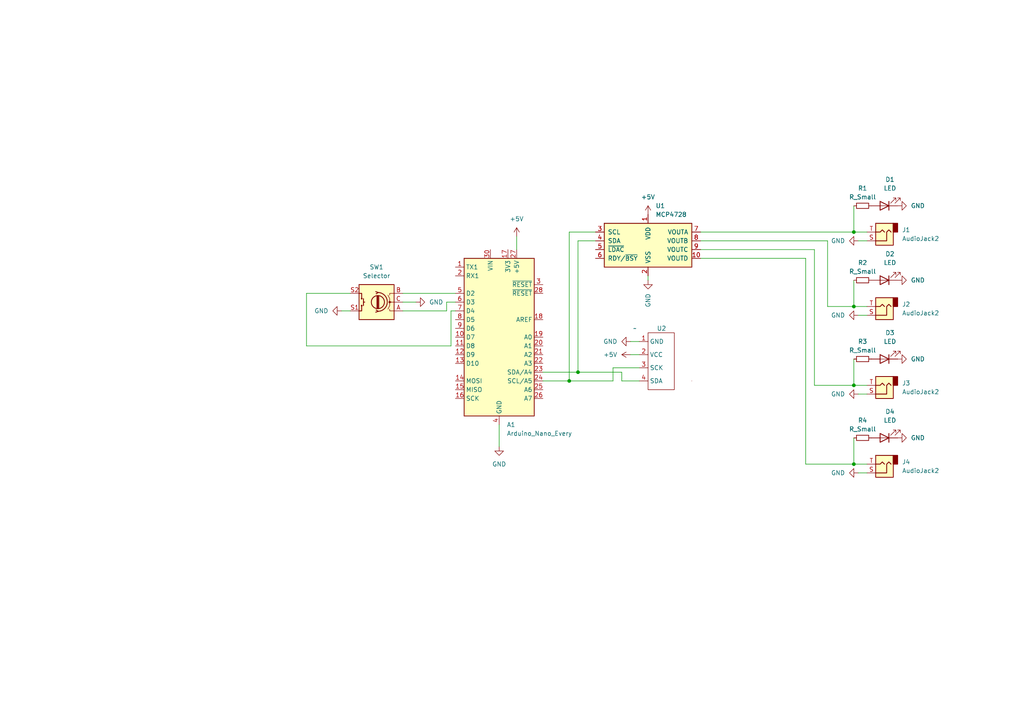
<source format=kicad_sch>
(kicad_sch (version 20230121) (generator eeschema)
  (paper "A4")
  (lib_symbols
    (symbol "Analog_DAC:MCP4728" (pin_names (offset 1.016))
      (property "Reference" "U" (at -12.7 6.35 0))
      (property "Value" "MCP4728" (at 12.7 6.35 0))
      (symbol "MCP4728_0_1"
        (rectangle (start -12.7 5.08) (end 12.7 -7.62) (stroke (width 0.254)) (fill (type background)))
      )
      (symbol "MCP4728_1_1"
        (pin power_in line (at 0 7.62 270) (length 2.54) (name "VDD") (number "1"))
        (pin output line (at 15.24 -5.08 180) (length 2.54) (name "VOUTD") (number "10"))
        (pin power_in line (at 0 -10.16 90) (length 2.54) (name "VSS") (number "2"))
        (pin input line (at -15.24 2.54 0) (length 2.54) (name "SCL") (number "3"))
        (pin bidirectional line (at -15.24 0 0) (length 2.54) (name "SDA") (number "4"))
        (pin input line (at -15.24 -2.54 0) (length 2.54) (name "~{LDAC}") (number "5"))
        (pin output line (at -15.24 -5.08 0) (length 2.54) (name "RDY/~{BSY}") (number "6"))
        (pin output line (at 15.24 2.54 180) (length 2.54) (name "VOUTA") (number "7"))
        (pin output line (at 15.24 0 180) (length 2.54) (name "VOUTB") (number "8"))
        (pin output line (at 15.24 -2.54 180) (length 2.54) (name "VOUTC") (number "9"))
      )
    )
    (symbol "Connector_Audio:AudioJack2"
      (property "Reference" "J" (at 0 8.89 0))
      (property "Value" "AudioJack2" (at 0 6.35 0))
      (symbol "AudioJack2_0_1"
        (rectangle (start -3.81 0) (end -2.54 -2.54) (stroke (width 0.254)) (fill (type outline)))
        (rectangle (start -2.54 3.81) (end 2.54 -2.54) (stroke (width 0.254)) (fill (type background)))
        (polyline (pts (xy 0 0) (xy 0.635 -0.635) (xy 1.27 0) (xy 2.54 0)) (stroke (width 0.254)))
        (polyline (pts (xy 2.54 2.54) (xy -0.635 2.54) (xy -0.635 0) (xy -1.27 -0.635) (xy -1.905 0)) (stroke (width 0.254)))
      )
      (symbol "AudioJack2_1_1"
        (pin passive line (at 5.08 2.54 180) (length 2.54) (name "~") (number "S"))
        (pin passive line (at 5.08 0 180) (length 2.54) (name "~") (number "T"))
      )
    )
    (symbol "Device:LED" (pin_numbers hide) (pin_names (offset 1.016) hide)
      (property "Reference" "D" (at 0 2.54 0))
      (property "Value" "LED" (at 0 -2.54 0))
      (symbol "LED_0_1"
        (polyline (pts (xy -1.27 -1.27) (xy -1.27 1.27)) (stroke (width 0.254)))
        (polyline (pts (xy -1.27 0) (xy 1.27 0)))
        (polyline (pts (xy 1.27 -1.27) (xy 1.27 1.27) (xy -1.27 0) (xy 1.27 -1.27)) (stroke (width 0.254)))
        (polyline (pts (xy -3.048 -0.762) (xy -4.572 -2.286) (xy -3.81 -2.286) (xy -4.572 -2.286) (xy -4.572 -1.524)))
        (polyline (pts (xy -1.778 -0.762) (xy -3.302 -2.286) (xy -2.54 -2.286) (xy -3.302 -2.286) (xy -3.302 -1.524)))
      )
      (symbol "LED_1_1"
        (pin passive line (at -3.81 0 0) (length 2.54) (name "K") (number "1"))
        (pin passive line (at 3.81 0 180) (length 2.54) (name "A") (number "2"))
      )
    )
    (symbol "Device:R_Small" (pin_numbers hide) (pin_names (offset 0.254) hide)
      (property "Reference" "R" (at 0.762 0.508 0))
      (property "Value" "R_Small" (at 0.762 -1.016 0))
      (symbol "R_Small_0_1"
        (rectangle (start -0.762 1.778) (end 0.762 -1.778) (stroke (width 0.2032)))
      )
      (symbol "R_Small_1_1"
        (pin passive line (at 0 2.54 270) (length 0.762) (name "~") (number "1"))
        (pin passive line (at 0 -2.54 90) (length 0.762) (name "~") (number "2"))
      )
    )
    (symbol "Device:RotaryEncoder_Switch" (pin_names (offset 0.254) hide)
      (property "Reference" "SW" (at 0 6.604 0))
      (property "Value" "RotaryEncoder_Switch" (at 0 -6.604 0))
      (symbol "RotaryEncoder_Switch_0_1"
        (rectangle (start -5.08 5.08) (end 5.08 -5.08) (stroke (width 0.254)) (fill (type background)))
        (circle (center -3.81 0) (radius 0.254) (fill (type outline)))
        (circle (center -0.381 0) (radius 1.905) (stroke (width 0.254)))
        (arc (start -0.381 2.667) (mid -3.0988 -0.0635) (end -0.381 -2.794) (stroke (width 0.254)))
        (polyline (pts (xy -0.635 -1.778) (xy -0.635 1.778)) (stroke (width 0.254)))
        (polyline (pts (xy -0.381 -1.778) (xy -0.381 1.778)) (stroke (width 0.254)))
        (polyline (pts (xy -0.127 1.778) (xy -0.127 -1.778)) (stroke (width 0.254)))
        (polyline (pts (xy 3.81 0) (xy 3.429 0)) (stroke (width 0.254)))
        (polyline (pts (xy 3.81 1.016) (xy 3.81 -1.016)) (stroke (width 0.254)))
        (polyline (pts (xy -5.08 -2.54) (xy -3.81 -2.54) (xy -3.81 -2.032)))
        (polyline (pts (xy -5.08 2.54) (xy -3.81 2.54) (xy -3.81 2.032)))
        (polyline (pts (xy 0.254 -3.048) (xy -0.508 -2.794) (xy 0.127 -2.413)) (stroke (width 0.254)))
        (polyline (pts (xy 0.254 2.921) (xy -0.508 2.667) (xy 0.127 2.286)) (stroke (width 0.254)))
        (polyline (pts (xy 5.08 -2.54) (xy 4.318 -2.54) (xy 4.318 -1.016)) (stroke (width 0.254)))
        (polyline (pts (xy 5.08 2.54) (xy 4.318 2.54) (xy 4.318 1.016)) (stroke (width 0.254)))
        (polyline (pts (xy -5.08 0) (xy -3.81 0) (xy -3.81 -1.016) (xy -3.302 -2.032)))
        (polyline (pts (xy -4.318 0) (xy -3.81 0) (xy -3.81 1.016) (xy -3.302 2.032)))
        (circle (center 4.318 -1.016) (radius 0.127) (stroke (width 0.254)))
        (circle (center 4.318 1.016) (radius 0.127) (stroke (width 0.254)))
      )
      (symbol "RotaryEncoder_Switch_1_1"
        (pin passive line (at -7.62 2.54 0) (length 2.54) (name "A") (number "A"))
        (pin passive line (at -7.62 -2.54 0) (length 2.54) (name "B") (number "B"))
        (pin passive line (at -7.62 0 0) (length 2.54) (name "C") (number "C"))
        (pin passive line (at 7.62 2.54 180) (length 2.54) (name "S1") (number "S1"))
        (pin passive line (at 7.62 -2.54 180) (length 2.54) (name "S2") (number "S2"))
      )
    )
    (symbol "MCU_Module:Arduino_Nano_Every"
      (property "Reference" "A" (at -10.16 23.495 0))
      (property "Value" "Arduino_Nano_Every" (at 5.08 -24.13 0))
      (symbol "Arduino_Nano_Every_0_1"
        (rectangle (start -10.16 22.86) (end 10.16 -22.86) (stroke (width 0.254)) (fill (type background)))
      )
      (symbol "Arduino_Nano_Every_1_1"
        (pin bidirectional line (at -12.7 20.32 0) (length 2.54) (name "TX1") (number "1"))
        (pin bidirectional line (at -12.7 0 0) (length 2.54) (name "D7") (number "10"))
        (pin bidirectional line (at -12.7 -2.54 0) (length 2.54) (name "D8") (number "11"))
        (pin bidirectional line (at -12.7 -5.08 0) (length 2.54) (name "D9") (number "12"))
        (pin bidirectional line (at -12.7 -7.62 0) (length 2.54) (name "D10") (number "13"))
        (pin bidirectional line (at -12.7 -12.7 0) (length 2.54) (name "MOSI") (number "14"))
        (pin bidirectional line (at -12.7 -15.24 0) (length 2.54) (name "MISO") (number "15"))
        (pin bidirectional line (at -12.7 -17.78 0) (length 2.54) (name "SCK") (number "16"))
        (pin power_out line (at 2.54 25.4 270) (length 2.54) (name "3V3") (number "17"))
        (pin input line (at 12.7 5.08 180) (length 2.54) (name "AREF") (number "18"))
        (pin bidirectional line (at 12.7 0 180) (length 2.54) (name "A0") (number "19"))
        (pin bidirectional line (at -12.7 17.78 0) (length 2.54) (name "RX1") (number "2"))
        (pin bidirectional line (at 12.7 -2.54 180) (length 2.54) (name "A1") (number "20"))
        (pin bidirectional line (at 12.7 -5.08 180) (length 2.54) (name "A2") (number "21"))
        (pin bidirectional line (at 12.7 -7.62 180) (length 2.54) (name "A3") (number "22"))
        (pin bidirectional line (at 12.7 -10.16 180) (length 2.54) (name "SDA/A4") (number "23"))
        (pin bidirectional line (at 12.7 -12.7 180) (length 2.54) (name "SCL/A5") (number "24"))
        (pin bidirectional line (at 12.7 -15.24 180) (length 2.54) (name "A6") (number "25"))
        (pin bidirectional line (at 12.7 -17.78 180) (length 2.54) (name "A7") (number "26"))
        (pin power_out line (at 5.08 25.4 270) (length 2.54) (name "+5V") (number "27"))
        (pin input line (at 12.7 12.7 180) (length 2.54) (name "~{RESET}") (number "28"))
        (pin passive line (at 0 -25.4 90) (length 2.54) hide (name "GND") (number "29"))
        (pin input line (at 12.7 15.24 180) (length 2.54) (name "~{RESET}") (number "3"))
        (pin power_in line (at -2.54 25.4 270) (length 2.54) (name "VIN") (number "30"))
        (pin power_in line (at 0 -25.4 90) (length 2.54) (name "GND") (number "4"))
        (pin bidirectional line (at -12.7 12.7 0) (length 2.54) (name "D2") (number "5"))
        (pin bidirectional line (at -12.7 10.16 0) (length 2.54) (name "D3") (number "6"))
        (pin bidirectional line (at -12.7 7.62 0) (length 2.54) (name "D4") (number "7"))
        (pin bidirectional line (at -12.7 5.08 0) (length 2.54) (name "D5") (number "8"))
        (pin bidirectional line (at -12.7 2.54 0) (length 2.54) (name "D6") (number "9"))
      )
    )
    (symbol "Vitrinekast Kicad Library:OLED_Display_128x32"
      (property "Reference" "U" (at 7.62 0 0))
      (symbol "OLED_Display_128x32_0_1"
        (rectangle (start 3.81 -1.27) (end 11.43 -17.78))
        (rectangle (start 16.51 -15.24) (end 16.51 -15.24))
      )
      (symbol "OLED_Display_128x32_1_1"
        (pin passive line (at 1.27 -3.81 0) (length 2.54) (name "GND") (number "1"))
        (pin power_in line (at 1.27 -7.62 0) (length 2.54) (name "VCC") (number "2"))
        (pin input line (at 1.27 -11.43 0) (length 2.54) (name "SCK") (number "3"))
        (pin input line (at 1.27 -15.24 0) (length 2.54) (name "SDA") (number "4"))
      )
    )
    (symbol "power:+5V" (power) (pin_names (offset 0))
      (property "Value" "+5V" (at 0 3.556 0))
      (symbol "+5V_0_1"
        (polyline (pts (xy -0.762 1.27) (xy 0 2.54)))
        (polyline (pts (xy 0 0) (xy 0 2.54)))
        (polyline (pts (xy 0 2.54) (xy 0.762 1.27)))
      )
      (symbol "+5V_1_1"
        (pin power_in line (at 0 0 90) (length 0) hide (name "+5V") (number "1"))
      )
    )
    (symbol "power:GND" (power) (pin_names (offset 0))
      (property "Value" "GND" (at 0 -3.81 0))
      (symbol "GND_0_1"
        (polyline (pts (xy 0 0) (xy 0 -1.27) (xy 1.27 -1.27) (xy 0 -2.54) (xy -1.27 -1.27) (xy 0 -1.27)))
      )
      (symbol "GND_1_1"
        (pin power_in line (at 0 0 270) (length 0) hide (name "GND") (number "1"))
      )
    )
  )
  (junction (at 167.64 107.95))
  (junction (at 247.65 134.62))
  (junction (at 165.1 110.49))
  (junction (at 247.65 67.31))
  (junction (at 247.65 111.76))
  (junction (at 247.65 88.9))
  (wire (pts (xy 116.84 85.09) (xy 132.08 85.09)))
  (wire (pts (xy 130.81 90.17) (xy 132.08 90.17)))
  (wire (pts (xy 233.68 134.62) (xy 247.65 134.62)))
  (wire (pts (xy 247.65 111.76) (xy 251.46 111.76)))
  (wire (pts (xy 247.65 88.9) (xy 251.46 88.9)))
  (wire (pts (xy 130.81 100.33) (xy 130.81 90.17)))
  (wire (pts (xy 172.72 69.85) (xy 167.64 69.85)))
  (wire (pts (xy 251.46 137.16) (xy 248.92 137.16)))
  (wire (pts (xy 240.03 88.9) (xy 247.65 88.9)))
  (wire (pts (xy 240.03 69.85) (xy 240.03 88.9)))
  (wire (pts (xy 116.84 90.17) (xy 129.54 90.17)))
  (wire (pts (xy 251.46 69.85) (xy 248.92 69.85)))
  (wire (pts (xy 247.65 134.62) (xy 251.46 134.62)))
  (wire (pts (xy 236.22 111.76) (xy 247.65 111.76)))
  (wire (pts (xy 165.1 110.49) (xy 177.8 110.49)))
  (wire (pts (xy 116.84 87.63) (xy 120.65 87.63)))
  (wire (pts (xy 180.34 110.49) (xy 185.42 110.49)))
  (wire (pts (xy 167.64 69.85) (xy 167.64 107.95)))
  (wire (pts (xy 251.46 91.44) (xy 248.92 91.44)))
  (wire (pts (xy 88.9 100.33) (xy 130.81 100.33)))
  (wire (pts (xy 177.8 110.49) (xy 177.8 106.68)))
  (wire (pts (xy 101.6 90.17) (xy 99.06 90.17)))
  (wire (pts (xy 157.48 107.95) (xy 167.64 107.95)))
  (wire (pts (xy 247.65 59.69) (xy 247.65 67.31)))
  (wire (pts (xy 233.68 74.93) (xy 203.2 74.93)))
  (wire (pts (xy 187.96 80.01) (xy 187.96 81.28)))
  (wire (pts (xy 203.2 69.85) (xy 240.03 69.85)))
  (wire (pts (xy 182.88 102.87) (xy 185.42 102.87)))
  (wire (pts (xy 233.68 74.93) (xy 233.68 134.62)))
  (wire (pts (xy 144.78 123.19) (xy 144.78 129.54)))
  (wire (pts (xy 172.72 67.31) (xy 165.1 67.31)))
  (wire (pts (xy 165.1 67.31) (xy 165.1 110.49)))
  (wire (pts (xy 247.65 104.14) (xy 247.65 111.76)))
  (wire (pts (xy 251.46 114.3) (xy 248.92 114.3)))
  (wire (pts (xy 236.22 72.39) (xy 236.22 111.76)))
  (wire (pts (xy 167.64 107.95) (xy 180.34 107.95)))
  (wire (pts (xy 157.48 110.49) (xy 165.1 110.49)))
  (wire (pts (xy 247.65 127) (xy 247.65 134.62)))
  (wire (pts (xy 177.8 106.68) (xy 185.42 106.68)))
  (wire (pts (xy 203.2 67.31) (xy 247.65 67.31)))
  (wire (pts (xy 101.6 85.09) (xy 88.9 85.09)))
  (wire (pts (xy 129.54 87.63) (xy 132.08 87.63)))
  (wire (pts (xy 88.9 85.09) (xy 88.9 100.33)))
  (wire (pts (xy 180.34 110.49) (xy 180.34 107.95)))
  (wire (pts (xy 247.65 81.28) (xy 247.65 88.9)))
  (wire (pts (xy 247.65 67.31) (xy 251.46 67.31)))
  (wire (pts (xy 182.88 99.06) (xy 185.42 99.06)))
  (wire (pts (xy 149.86 68.58) (xy 149.86 72.39)))
  (wire (pts (xy 129.54 90.17) (xy 129.54 87.63)))
  (wire (pts (xy 203.2 72.39) (xy 236.22 72.39)))
  (symbol (lib_id "Device:RotaryEncoder_Switch") (at 109.22 87.63 180) (unit 1)
    (property "Reference" "SW1" (at 109.22 77.47 0))
    (property "Value" "Selector" (at 109.22 80.01 0))
  )
  (symbol (lib_id "power:GND") (at 248.92 91.44 270) (unit 1)
    (property "Reference" "#PWR011" (effects hide))
    (property "Value" "GND" (at 245.11 91.44 90) (effects (justify right)))
  )
  (symbol (lib_id "power:+5V") (at 187.96 62.23 0) (unit 1)
    (property "Reference" "#PWR08" (effects hide))
    (property "Value" "+5V" (at 187.96 57.15 0))
  )
  (symbol (lib_id "Connector_Audio:AudioJack2") (at 256.54 88.9 180) (unit 1)
    (property "Reference" "J2" (at 261.62 88.265 0) (effects (justify right)))
    (property "Value" "AudioJack2" (at 261.62 90.805 0) (effects (justify right)))
  )
  (symbol (lib_id "Analog_DAC:MCP4728") (at 187.96 69.85 0) (unit 1)
    (property "Reference" "U1" (at 190.1541 59.69 0) (effects (justify left)))
    (property "Value" "MCP4728" (at 190.1541 62.23 0) (effects (justify left)))
    (property "Footprint" "Package_SO:MSOP-10_3x3mm_P0.5mm" (effects hide))
    (property "Datasheet" "http://ww1.microchip.com/downloads/en/DeviceDoc/22187E.pdf" (effects hide))
  )
  (symbol (lib_id "power:GND") (at 187.96 81.28 0) (unit 1)
    (property "Reference" "#PWR07" (effects hide))
    (property "Value" "GND" (at 187.96 85.09 90) (effects (justify right)))
  )
  (symbol (lib_id "Device:R_Small") (at 250.19 127 90) (unit 1)
    (property "Reference" "R4" (at 250.19 121.92 90))
    (property "Value" "R_Small" (at 250.19 124.46 90))
  )
  (symbol (lib_id "power:+5V") (at 149.86 68.58 0) (unit 1)
    (property "Reference" "#PWR04" (effects hide))
    (property "Value" "+5V" (at 149.86 63.5 0))
  )
  (symbol (lib_id "power:GND") (at 260.35 81.28 90) (unit 1)
    (property "Reference" "#PWR012" (effects hide))
    (property "Value" "GND" (at 264.16 81.28 90) (effects (justify right)))
  )
  (symbol (lib_id "power:GND") (at 248.92 114.3 270) (unit 1)
    (property "Reference" "#PWR013" (effects hide))
    (property "Value" "GND" (at 245.11 114.3 90) (effects (justify right)))
  )
  (symbol (lib_id "Device:LED") (at 256.54 59.69 180) (unit 1)
    (property "Reference" "D1" (at 258.1275 52.07 0))
    (property "Value" "LED" (at 258.1275 54.61 0))
  )
  (symbol (lib_id "power:GND") (at 144.78 129.54 0) (unit 1)
    (property "Reference" "#PWR01" (effects hide))
    (property "Value" "GND" (at 144.78 134.62 0))
  )
  (symbol (lib_id "Device:R_Small") (at 250.19 104.14 90) (unit 1)
    (property "Reference" "R3" (at 250.19 99.06 90))
    (property "Value" "R_Small" (at 250.19 101.6 90))
  )
  (symbol (lib_id "Device:LED") (at 256.54 104.14 180) (unit 1)
    (property "Reference" "D3" (at 258.1275 96.52 0))
    (property "Value" "LED" (at 258.1275 99.06 0))
  )
  (symbol (lib_id "Device:LED") (at 256.54 127 180) (unit 1)
    (property "Reference" "D4" (at 258.1275 119.38 0))
    (property "Value" "LED" (at 258.1275 121.92 0))
  )
  (symbol (lib_id "Connector_Audio:AudioJack2") (at 256.54 67.31 180) (unit 1)
    (property "Reference" "J1" (at 261.62 66.675 0) (effects (justify right)))
    (property "Value" "AudioJack2" (at 261.62 69.215 0) (effects (justify right)))
  )
  (symbol (lib_id "Device:LED") (at 256.54 81.28 180) (unit 1)
    (property "Reference" "D2" (at 258.1275 73.66 0))
    (property "Value" "LED" (at 258.1275 76.2 0))
  )
  (symbol (lib_id "power:GND") (at 120.65 87.63 90) (unit 1)
    (property "Reference" "#PWR05" (effects hide))
    (property "Value" "GND" (at 124.46 87.63 90) (effects (justify right)))
  )
  (symbol (lib_id "Device:R_Small") (at 250.19 59.69 90) (unit 1)
    (property "Reference" "R1" (at 250.19 54.61 90))
    (property "Value" "R_Small" (at 250.19 57.15 90))
  )
  (symbol (lib_id "Connector_Audio:AudioJack2") (at 256.54 111.76 180) (unit 1)
    (property "Reference" "J3" (at 261.62 111.125 0) (effects (justify right)))
    (property "Value" "AudioJack2" (at 261.62 113.665 0) (effects (justify right)))
  )
  (symbol (lib_id "power:GND") (at 182.88 99.06 270) (unit 1)
    (property "Reference" "#PWR02" (effects hide))
    (property "Value" "GND" (at 179.07 99.06 90) (effects (justify right)))
  )
  (symbol (lib_id "Connector_Audio:AudioJack2") (at 256.54 134.62 180) (unit 1)
    (property "Reference" "J4" (at 261.62 133.985 0) (effects (justify right)))
    (property "Value" "AudioJack2" (at 261.62 136.525 0) (effects (justify right)))
  )
  (symbol (lib_id "power:GND") (at 99.06 90.17 270) (unit 1)
    (property "Reference" "#PWR06" (effects hide))
    (property "Value" "GND" (at 95.25 90.17 90) (effects (justify right)))
  )
  (symbol (lib_id "power:GND") (at 260.35 127 90) (unit 1)
    (property "Reference" "#PWR016" (effects hide))
    (property "Value" "GND" (at 264.16 127 90) (effects (justify right)))
  )
  (symbol (lib_id "power:GND") (at 260.35 104.14 90) (unit 1)
    (property "Reference" "#PWR014" (effects hide))
    (property "Value" "GND" (at 264.16 104.14 90) (effects (justify right)))
  )
  (symbol (lib_id "power:GND") (at 248.92 69.85 270) (unit 1)
    (property "Reference" "#PWR09" (effects hide))
    (property "Value" "GND" (at 245.11 69.85 90) (effects (justify right)))
  )
  (symbol (lib_id "Device:R_Small") (at 250.19 81.28 90) (unit 1)
    (property "Reference" "R2" (at 250.19 76.2 90))
    (property "Value" "R_Small" (at 250.19 78.74 90))
  )
  (symbol (lib_id "Vitrinekast Kicad Library:OLED_Display_128x32") (at 184.15 95.25 0) (unit 1)
    (property "Reference" "U2" (at 190.5 95.25 0) (effects (justify left)))
    (property "Value" "~" (at 184.15 95.25 0))
  )
  (symbol (lib_id "power:GND") (at 260.35 59.69 90) (unit 1)
    (property "Reference" "#PWR010" (effects hide))
    (property "Value" "GND" (at 264.16 59.69 90) (effects (justify right)))
  )
  (symbol (lib_id "power:+5V") (at 182.88 102.87 90) (unit 1)
    (property "Reference" "#PWR03" (effects hide))
    (property "Value" "+5V" (at 179.07 102.87 90) (effects (justify left)))
  )
  (symbol (lib_id "MCU_Module:Arduino_Nano_Every") (at 144.78 97.79 0) (unit 1)
    (property "Reference" "A1" (at 146.9741 123.19 0) (effects (justify left)))
    (property "Value" "Arduino_Nano_Every" (at 146.9741 125.73 0) (effects (justify left)))
    (property "Footprint" "Module:Arduino_Nano" (effects hide))
    (property "Datasheet" "https://content.arduino.cc/assets/NANOEveryV3.0_sch.pdf" (effects hide))
  )
  (symbol (lib_id "power:GND") (at 248.92 137.16 270) (unit 1)
    (property "Reference" "#PWR015" (effects hide))
    (property "Value" "GND" (at 245.11 137.16 90) (effects (justify right)))
  )
)
</source>
